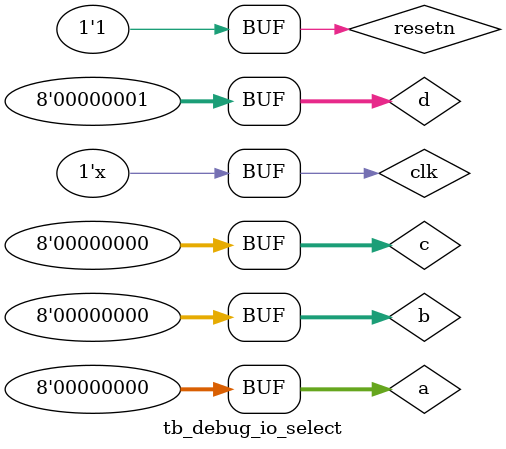
<source format=v>
`timescale 1ns / 1ps


module tb_debug_io_select(

    );

reg  [7:0]a=0 ;
reg  [7:0]b=0 ;
reg  [7:0]c =0;
 reg  [7:0]d =0;
 wire [3:0] debug_io;
 
 
 reg clk=0;
 reg resetn ;
 
 always #5 clk = ~clk ;
 
 initial begin
    clk = 0;
    resetn = 0 ;
    #500;
    resetn = 1 ;
    
    #400;
    
    a = 8'b00000001 ;
    b = 8'b00000001 ;
    c = 8'b00000001 ;
    d = 8'b00000001 ;
    
    
 #2000;
 
    a = 8'b00000000 ;
    b = 8'b00000001 ;
    c = 8'b00000001;
    d = 8'b00000001 ;
    
 #2000;
    a = 8'b00000001 ;
    b = 8'b00000000 ;
    c = 8'b00000001;
    d = 8'b00000001 ;
    
 #2000;
    a = 8'b00000000 ;
    b = 8'b00000000 ;
    c = 8'b00000000;
    d = 8'b00000001 ;
 #2000;
 
     a = 8'b00000001 ;
    b = 8'b00000001 ;
    c = 8'b00000000;
    d = 8'b00000000 ;
 #2000;
 
     a = 8'b00000000 ;
    b = 8'b00000001 ;
    c = 8'b00000000;
    d = 8'b00000000 ;
 #2000;
 
     a = 8'b00000001 ;
    b = 8'b00000000 ;
    c = 8'b00000001;
    d = 8'b00000000 ;
 #2000;
 
     a = 8'b00000000 ;
    b = 8'b00000000 ;
    c = 8'b00000001;
    d = 8'b00000000 ;
 #2000;
 
     a = 8'b00000001 ;
    b = 8'b00000001 ;
    c = 8'b00000001;
    d = 8'b00000001 ;
 #2000;
 
     a = 8'b00000000 ;
    b = 8'b00000001 ;
    c = 8'b00000000;
    d = 8'b00000001 ;
 #2000;
 
     a = 8'b00000001 ;
    b = 8'b00000000 ;
    c = 8'b00000000;
    d = 8'b00000001 ;
 #2000;
 
     a = 8'b00000000 ;
    b = 8'b00000000 ;
    c = 8'b00000000;
    d = 8'b00000001 ;
 #2000;
 
 
 
 
 
 end
 
 
debug_io_select  debug_io_selectu
 (
 
.S_AXI_ACLK     (clk) ,//总线时钟
.S_AXI_ARESETN  (resetn) ,



.FSYNC_I        (a)     ,
.FSYNC_FILTER_I (b)     ,
.VS_I           (c)     ,
.AUX_I          (d)    ,
 
.DEBUG_O (debug_io)
 
 
 );  
    
    
    
    
endmodule

</source>
